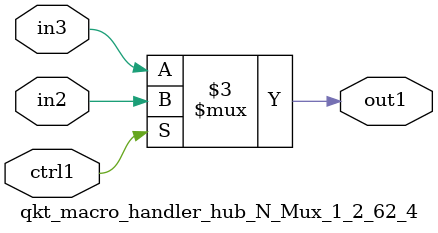
<source format=v>

`timescale 1ps / 1ps


module qkt_macro_handler_hub_N_Mux_1_2_62_4( in3, in2, ctrl1, out1 );

    input in3;
    input in2;
    input ctrl1;
    output out1;
    reg out1;

    
    // rtl_process:qkt_macro_handler_hub_N_Mux_1_2_62_4/qkt_macro_handler_hub_N_Mux_1_2_62_4_thread_1
    always @*
      begin : qkt_macro_handler_hub_N_Mux_1_2_62_4_thread_1
        case (ctrl1) 
          1'b1: 
            begin
              out1 = in2;
            end
          default: 
            begin
              out1 = in3;
            end
        endcase
      end

endmodule





</source>
